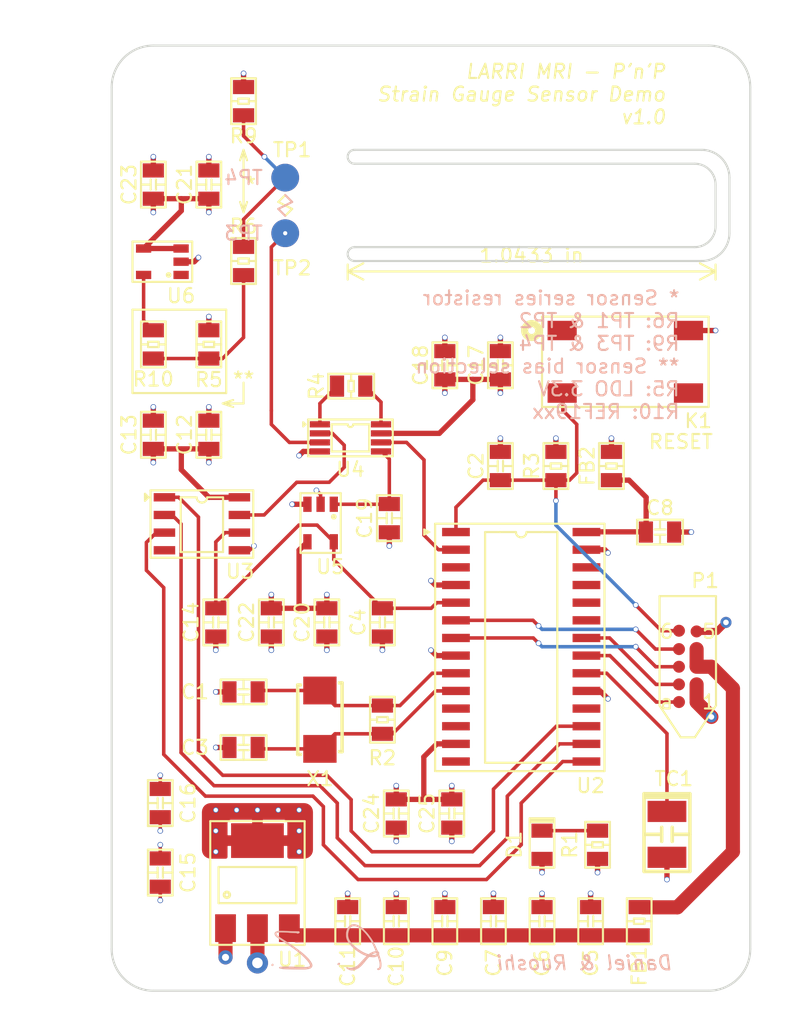
<source format=kicad_pcb>
(kicad_pcb (version 20171130) (host pcbnew "(5.1.9)-1")
  (layers (0 F.Cu signal) (1 GND signal) (2 PWR signal) (31 B.Cu signal) (35 F.Paste user) (36 B.SilkS user) (37 F.SilkS user) (38 B.Mask user) (39 F.Mask user) (44 Edge.Cuts user))
  (net 0 "")
  (net 1 GND)
  (net 2 +3V3)
  (net 3 "Net-(D1-Pad1)")
  (net 4 /Vref)
  (net 5 "Net-(C10-Pad1)")
  (net 6 "Net-(C8-Pad1)")
  (net 7 /Vbias)
  (net 8 "Net-(R4-Pad1)")
  (net 9 "Net-(R4-Pad2)")
  (net 10 "Net-(R10-Pad1)")
  (net 11 "Net-(R10-Pad2)")
  (net 12 /ucRX)
  (net 13 /ucTX)
  (net 14 "Net-(TC1-Pad1)")
  (net 15 "Net-(U2-Pad17)")
  (net 16 "Net-(U2-Pad16)")
  (net 17 "Net-(U2-Pad15)")
  (net 18 /PGD)
  (net 19 /PGC)
  (net 20 /sensVal)
  (net 21 "Net-(U3-Pad7)")
  (net 22 "Net-(R6-Pad2)")
  (net 23 "Net-(R9-Pad1)")
  (net 24 /Vsen)
  (net 25 /OSC1)
  (net 26 /OSC2)
  (net 27 /~MCLR)
  (net 28 +5V)
  (module SensorDemo_pcb:TC2050 (layer F.Cu) (at 159 105.5 90)
    (fp_text reference P1 (at 10 1.25 180) (layer F.SilkS) (effects (font (size 1.016 1.016) (thickness 0.1524))))
    (fp_text value TC2050_IDC_NL)
    (fp_text user a (at 1.27 -1.524) (layer F.SilkS) (effects (font (size 1.016 1.016) (thickness 0.1524))))
    (fp_text user 6 (at 6.35 -1.524) (layer F.SilkS) (effects (font (size 1.016 1.016) (thickness 0.1524))))
    (fp_text user 1 (at 1.27 1.524) (layer F.SilkS) (effects (font (size 1.016 1.016) (thickness 0.1524))))
    (fp_text user 5 (at 6.35 1.524) (layer F.SilkS) (effects (font (size 1.016 1.016) (thickness 0.1524))))
    (pad 6 smd circle (at 6.4 -0.635 90) (size 0.863 0.863) (layers F.Cu F.Mask) (net 27 /~MCLR))
    (pad 5 smd circle (at 6.35 0.635 90) (size 0.863 0.863) (layers F.Cu F.Mask) (net 2 +3V3))
    (pad 7 smd circle (at 5.08 -0.635 90) (size 0.863 0.863) (layers F.Cu F.Mask) (net 19 /PGC))
    (pad 4 smd circle (at 5.08 0.635 90) (size 0.863 0.863) (layers F.Cu F.Mask) (net 28 +5V))
    (pad "" np_thru_hole circle (at 7.62 1.016 90) (size 1.016 1.016) (drill 1.016) (layers *.Cu *.Mask))
    (pad "" np_thru_hole circle (at 7.62 -1.016 90) (size 1.016 1.016) (drill 1.016) (layers *.Cu *.Mask))
    (pad "" np_thru_hole circle (at 0 0 90) (size 1.016 1.016) (drill 1.016) (layers *.Cu *.Mask))
    (pad 3 smd circle (at 3.81 0.635 90) (size 0.863 0.863) (layers F.Cu F.Mask) (net 28 +5V))
    (pad 2 smd circle (at 2.54 0.635 90) (size 0.863 0.863) (layers F.Cu F.Mask) (net 1 GND))
    (pad 1 smd circle (at 1.27 0.635 90) (size 0.863 0.863) (layers F.Cu F.Mask) (net 1 GND))
    (pad 8 smd circle (at 3.81 -0.635 90) (size 0.863 0.863) (layers F.Cu F.Mask) (net 18 /PGD))
    (pad 9 smd circle (at 2.54 -0.635 90) (size 0.863 0.863) (layers F.Cu F.Mask) (net 12 /ucRX))
    (pad 10 smd circle (at 1.27 -0.635 90) (size 0.863 0.863) (layers F.Cu F.Mask) (net 13 /ucTX))
  )
  (module SensorDemo_pcb:C0805 (layer F.Cu) (at 157 92)
    (fp_text reference C8 (at 0 -1.75) (layer F.SilkS) (effects (font (size 1.016 1.016) (thickness 0.1524))))
    (fp_text value 0.1uF)
    (pad 2 smd rect (at 1.016 0) (size 1.016 1.524) (layers F.Cu F.Paste F.Mask) (net 1 GND))
    (pad 1 smd rect (at -1.016 0) (size 1.016 1.524) (layers F.Cu F.Paste F.Mask) (net 6 "Net-(C8-Pad1)"))
  )
  (module SensorDemo_pcb:CRYSTAL_ABM3-8.000MHz-D2Y-T (layer F.Cu) (at 132.5 105.5 270)
    (fp_text reference X1 (at 4.25 0) (layer F.SilkS) (effects (font (size 1.016 1.016) (thickness 0.1524))))
    (fp_text value 8MHz)
    (pad 2 smd rect (at 2.1 0 270) (size 2 2.4) (layers F.Cu F.Paste F.Mask) (net 26 /OSC2))
    (pad 1 smd rect (at -2.1 0 270) (size 2 2.4) (layers F.Cu F.Paste F.Mask) (net 25 /OSC1))
  )
  (module SensorDemo_pcb:MH_3MM (layer F.Cu) (at 133 60.5 180)
    (fp_text reference MH4 hide)
    (fp_text value MH hide)
    (pad "" np_thru_hole circle (at 0 0 180) (size 3 3) (drill 3) (layers *.Cu *.Mask))
  )
  (module SensorDemo_pcb:MH_3MM (layer F.Cu) (at 133 76.5 180)
    (fp_text reference MH2 hide)
    (fp_text value MH hide)
    (pad "" np_thru_hole circle (at 0 0 180) (size 3 3) (drill 3) (layers *.Cu *.Mask))
  )
  (module SensorDemo_pcb:MH_3MM (layer F.Cu) (at 120.5 122)
    (fp_text reference MH1 hide)
    (fp_text value MH hide)
    (pad "" np_thru_hole circle (at 0 0) (size 3 3) (drill 3) (layers *.Cu *.Mask))
  )
  (module SensorDemo_pcb:MH_3MM (layer F.Cu) (at 160.5 122)
    (fp_text reference MH3 hide)
    (fp_text value MH hide)
    (pad "" np_thru_hole circle (at 0 0) (size 3 3) (drill 3) (layers *.Cu *.Mask))
  )
  (module SensorDemo_pcb:MH_3MM (layer F.Cu) (at 120.5 60)
    (fp_text reference MH5 hide)
    (fp_text value MH hide)
    (pad "" np_thru_hole circle (at 0 0) (size 3 3) (drill 3) (layers *.Cu *.Mask))
  )
  (module SensorDemo_pcb:MH_3MM (layer F.Cu) (at 158 68.5)
    (fp_text reference MH6 hide)
    (fp_text value MH hide)
    (pad "" np_thru_hole circle (at 0 0) (size 3 3) (drill 3) (layers *.Cu *.Mask))
  )
  (module SensorDemo_pcb:MH_3MM (layer F.Cu) (at 160.5 60)
    (fp_text reference MH7 hide)
    (fp_text value MH hide)
    (pad "" np_thru_hole circle (at 0 0) (size 3 3) (drill 3) (layers *.Cu *.Mask))
  )
  (module SensorDemo_pcb:R0805 (layer F.Cu) (at 127 72.5 90)
    (fp_text reference R6 (at 2.5 0 180) (layer F.SilkS) (effects (font (size 1.016 1.016) (thickness 0.1524))))
    (fp_text value 100R)
    (pad 1 smd rect (at -1.016 0 90) (size 1.016 1.524) (layers F.Cu F.Paste F.Mask) (net 10 "Net-(R10-Pad1)"))
    (pad 2 smd rect (at 1.016 0 90) (size 1.016 1.524) (layers F.Cu F.Paste F.Mask) (net 22 "Net-(R6-Pad2)"))
  )
  (module SensorDemo_pcb:R0805 (layer F.Cu) (at 134.75 81.5)
    (fp_text reference R4 (at -2.5 0 -270) (layer F.SilkS) (effects (font (size 1.016 1.016) (thickness 0.1524))))
    (fp_text value R)
    (pad 1 smd rect (at -1.016 0) (size 1.016 1.524) (layers F.Cu F.Paste F.Mask) (net 8 "Net-(R4-Pad1)"))
    (pad 2 smd rect (at 1.016 0) (size 1.016 1.524) (layers F.Cu F.Paste F.Mask) (net 9 "Net-(R4-Pad2)"))
  )
  (module SensorDemo_pcb:logo_RZ_short (layer B.Cu) (at 133 122 180)
    (fp_text reference G*** hide)
    (fp_text value LOGO hide)
  )
  (module SensorDemo_pcb:C0805 (layer F.Cu) (at 137.5 91 270)
    (fp_text reference C19 (at 0 1.778 90) (layer F.SilkS) (effects (font (size 1.016 1.016) (thickness 0.1524))))
    (fp_text value 0.1uF)
    (pad 2 smd rect (at 1.016 0 270) (size 1.016 1.524) (layers F.Cu F.Paste F.Mask) (net 1 GND))
    (pad 1 smd rect (at -1.016 0 270) (size 1.016 1.524) (layers F.Cu F.Paste F.Mask) (net 7 /Vbias))
  )
  (module SensorDemo_pcb:C1210 (layer F.Cu) (at 157.5 113.75 270)
    (fp_text reference TC1 (at -4 -0.5 180) (layer F.SilkS) (effects (font (size 1.016 1.016) (thickness 0.1524))))
    (fp_text value 10uF)
    (pad 2 smd rect (at 1.651 0 270) (size 1.524 2.794) (layers F.Cu F.Paste F.Mask) (net 1 GND))
    (pad 1 smd rect (at -1.651 0 270) (size 1.524 2.794) (layers F.Cu F.Paste F.Mask) (net 14 "Net-(TC1-Pad1)"))
  )
  (module SensorDemo_pcb:C0805 (layer F.Cu) (at 138 112.25 270)
    (fp_text reference C24 (at 0 1.778 90) (layer F.SilkS) (effects (font (size 1.016 1.016) (thickness 0.1524))))
    (fp_text value 1uF)
    (pad 1 smd rect (at -1.016 0 270) (size 1.016 1.524) (layers F.Cu F.Paste F.Mask) (net 2 +3V3))
    (pad 2 smd rect (at 1.016 0 270) (size 1.016 1.524) (layers F.Cu F.Paste F.Mask) (net 1 GND))
  )
  (module SensorDemo_pcb:C0805 (layer F.Cu) (at 142 112.25 270)
    (fp_text reference C25 (at 0 1.778 90) (layer F.SilkS) (effects (font (size 1.016 1.016) (thickness 0.1524))))
    (fp_text value .1uF)
    (pad 2 smd rect (at 1.016 0 270) (size 1.016 1.524) (layers F.Cu F.Paste F.Mask) (net 1 GND))
    (pad 1 smd rect (at -1.016 0 270) (size 1.016 1.524) (layers F.Cu F.Paste F.Mask) (net 2 +3V3))
  )
  (module SensorDemo_pcb:SOIC-28 (layer F.Cu) (at 147 92)
    (fp_text reference U2 (at 5 18.25) (layer F.SilkS) (effects (font (size 1.016 1.016) (thickness 0.1524))))
    (fp_text value dsPIC33EP32GP502)
    (pad 1 smd rect (at -4.7 0) (size 2 0.6) (layers F.Cu F.Paste F.Mask) (net 27 /~MCLR))
    (pad 2 smd rect (at -4.7 1.27) (size 2 0.6) (layers F.Cu F.Paste F.Mask) (net 20 /sensVal))
    (pad 3 smd rect (at -4.7 2.54) (size 2 0.6) (layers F.Cu F.Paste F.Mask))
    (pad 4 smd rect (at -4.7 3.81) (size 2 0.6) (layers F.Cu F.Paste F.Mask) (net 1 GND))
    (pad 5 smd rect (at -4.7 5.08) (size 2 0.6) (layers F.Cu F.Paste F.Mask) (net 4 /Vref))
    (pad 6 smd rect (at -4.7 6.35) (size 2 0.6) (layers F.Cu F.Paste F.Mask) (net 19 /PGC))
    (pad 7 smd rect (at -4.7 7.62) (size 2 0.6) (layers F.Cu F.Paste F.Mask) (net 18 /PGD))
    (pad 8 smd rect (at -4.7 8.89) (size 2 0.6) (layers F.Cu F.Paste F.Mask) (net 1 GND))
    (pad 9 smd rect (at -4.7 10.16) (size 2 0.6) (layers F.Cu F.Paste F.Mask) (net 25 /OSC1))
    (pad 10 smd rect (at -4.7 11.43) (size 2 0.6) (layers F.Cu F.Paste F.Mask) (net 26 /OSC2))
    (pad 11 smd rect (at -4.7 12.7) (size 2 0.6) (layers F.Cu F.Paste F.Mask))
    (pad 12 smd rect (at -4.7 13.97) (size 2 0.6) (layers F.Cu F.Paste F.Mask))
    (pad 13 smd rect (at -4.7 15.24) (size 2 0.6) (layers F.Cu F.Paste F.Mask) (net 2 +3V3))
    (pad 14 smd rect (at -4.7 16.51) (size 2 0.6) (layers F.Cu F.Paste F.Mask))
    (pad 15 smd rect (at 4.7 16.51) (size 2 0.6) (layers F.Cu F.Paste F.Mask) (net 17 "Net-(U2-Pad15)"))
    (pad 16 smd rect (at 4.7 15.24) (size 2 0.6) (layers F.Cu F.Paste F.Mask) (net 16 "Net-(U2-Pad16)"))
    (pad 17 smd rect (at 4.7 13.97) (size 2 0.6) (layers F.Cu F.Paste F.Mask) (net 15 "Net-(U2-Pad17)"))
    (pad 18 smd rect (at 4.7 12.7) (size 2 0.6) (layers F.Cu F.Paste F.Mask))
    (pad 19 smd rect (at 4.7 11.43) (size 2 0.6) (layers F.Cu F.Paste F.Mask) (net 1 GND))
    (pad 20 smd rect (at 4.7 10.16) (size 2 0.6) (layers F.Cu F.Paste F.Mask) (net 14 "Net-(TC1-Pad1)"))
    (pad 21 smd rect (at 4.7 8.89) (size 2 0.6) (layers F.Cu F.Paste F.Mask) (net 13 /ucTX))
    (pad 22 smd rect (at 4.7 7.62) (size 2 0.6) (layers F.Cu F.Paste F.Mask) (net 12 /ucRX))
    (pad 23 smd rect (at 4.7 6.35) (size 2 0.6) (layers F.Cu F.Paste F.Mask))
    (pad 24 smd rect (at 4.7 5.08) (size 2 0.6) (layers F.Cu F.Paste F.Mask))
    (pad 25 smd rect (at 4.7 3.81) (size 2 0.6) (layers F.Cu F.Paste F.Mask))
    (pad 26 smd rect (at 4.7 2.54) (size 2 0.6) (layers F.Cu F.Paste F.Mask))
    (pad 27 smd rect (at 4.7 1.27) (size 2 0.6) (layers F.Cu F.Paste F.Mask) (net 1 GND))
    (pad 28 smd rect (at 4.7 0) (size 2 0.6) (layers F.Cu F.Paste F.Mask) (net 6 "Net-(C8-Pad1)"))
  )
  (module SensorDemo_pcb:LED0805 (layer F.Cu) (at 148.5 114.5 270)
    (fp_text reference D1 (at 0 2 90) (layer F.SilkS) (effects (font (size 1.016 1.016) (thickness 0.1524))))
    (fp_text value LED)
    (pad 1 smd rect (at -1.016 0 270) (size 1.016 1.524) (layers F.Cu F.Paste F.Mask) (net 3 "Net-(D1-Pad1)"))
    (pad 2 smd rect (at 1.016 0 270) (size 1.016 1.524) (layers F.Cu F.Paste F.Mask) (net 1 GND))
  )
  (module SensorDemo_pcb:R0805 (layer F.Cu) (at 153.5 87.25 90)
    (fp_text reference FB2 (at 0 -1.75 90) (layer F.SilkS) (effects (font (size 1.016 1.016) (thickness 0.1524))))
    (fp_text value "12.3071 nano ohm")
    (pad 1 smd rect (at -1.016 0 90) (size 1.016 1.524) (layers F.Cu F.Paste F.Mask) (net 6 "Net-(C8-Pad1)"))
    (pad 2 smd rect (at 1.016 0 90) (size 1.016 1.524) (layers F.Cu F.Paste F.Mask) (net 2 +3V3))
  )
  (module SensorDemo_pcb:C0805 (layer F.Cu) (at 121 111.5 90)
    (fp_text reference C16 (at 0 2 90) (layer F.SilkS) (effects (font (size 1.016 1.016) (thickness 0.1524))))
    (fp_text value 0.1uF)
    (pad 2 smd rect (at 1.016 0 90) (size 1.016 1.524) (layers F.Cu F.Paste F.Mask) (net 1 GND))
    (pad 1 smd rect (at -1.016 0 90) (size 1.016 1.524) (layers F.Cu F.Paste F.Mask) (net 2 +3V3))
  )
  (module SensorDemo_pcb:R0805 (layer F.Cu) (at 127 61 90)
    (fp_text reference R9 (at -2.5 0 180) (layer F.SilkS) (effects (font (size 1.016 1.016) (thickness 0.1524))))
    (fp_text value 100R)
    (pad 2 smd rect (at 1.016 0 90) (size 1.016 1.524) (layers F.Cu F.Paste F.Mask) (net 1 GND))
    (pad 1 smd rect (at -1.016 0 90) (size 1.016 1.524) (layers F.Cu F.Paste F.Mask) (net 23 "Net-(R9-Pad1)"))
  )
  (module SensorDemo_pcb:TP_SMD_2MM (layer F.Cu) (at 130 66.5 180)
    (fp_text reference TP1 (at -0.5 2) (layer F.SilkS) (effects (font (size 1.016 1.016) (thickness 0.1524))))
    (fp_text value TP hide)
    (pad 1 smd circle (at 0 0 180) (size 2 2) (layers F.Cu F.Mask) (net 22 "Net-(R6-Pad2)"))
  )
  (module SensorDemo_pcb:TP_SMD_2MM (layer F.Cu) (at 130 70.5 180)
    (fp_text reference TP2 (at -0.5 -2.5) (layer F.SilkS) (effects (font (size 1.016 1.016) (thickness 0.1524))))
    (fp_text value TP hide)
    (pad 1 smd circle (at 0 0 180) (size 2 2) (layers F.Cu F.Mask) (net 24 /Vsen))
  )
  (module SensorDemo_pcb:TP_SMD_2MM (layer B.Cu) (at 130 70.5 180)
    (fp_text reference TP3 (at 3 0) (layer B.SilkS) (effects (font (size 1.016 1.016) (thickness 0.1524)) (justify mirror)))
    (fp_text value TP hide)
    (pad 1 smd circle (at 0 0 180) (size 2 2) (layers B.Cu B.Mask) (net 24 /Vsen))
  )
  (module SensorDemo_pcb:TP_SMD_2MM (layer B.Cu) (at 130 66.5 180)
    (fp_text reference TP4 (at 3 0) (layer B.SilkS) (effects (font (size 1.016 1.016) (thickness 0.1524)) (justify mirror)))
    (fp_text value TP hide)
    (pad 1 smd circle (at 0 0 180) (size 2 2) (layers B.Cu B.Mask) (net 23 "Net-(R9-Pad1)"))
  )
  (module SensorDemo_pcb:R0805 (layer F.Cu) (at 152.5 114.5 90)
    (fp_text reference R1 (at 0 -2 270) (layer F.SilkS) (effects (font (size 1.016 1.016) (thickness 0.1524))))
    (fp_text value 1k)
    (pad 1 smd rect (at -1.016 0 90) (size 1.016 1.524) (layers F.Cu F.Paste F.Mask) (net 2 +3V3))
    (pad 2 smd rect (at 1.016 0 90) (size 1.016 1.524) (layers F.Cu F.Paste F.Mask) (net 3 "Net-(D1-Pad1)"))
  )
  (module SensorDemo_pcb:SOT-223 (layer F.Cu) (at 128 120.5)
    (fp_text reference U1 (at 2.5 2.25) (layer F.SilkS) (effects (font (size 1.016 1.016) (thickness 0.1524))))
    (fp_text value TLV1117-33CDCYR)
    (pad 1 smd rect (at -2.3 0) (size 1.5 2) (layers F.Cu F.Paste F.Mask) (net 1 GND))
    (pad 2 smd rect (at 0 0) (size 1.5 2) (layers F.Cu F.Paste F.Mask) (net 2 +3V3))
    (pad 3 smd rect (at 2.3 0) (size 1.5 2) (layers F.Cu F.Paste F.Mask) (net 5 "Net-(C10-Pad1)"))
    (pad 4 smd rect (at 0 -6.3) (size 3.8 2.5) (layers F.Cu F.Paste F.Mask) (net 2 +3V3))
  )
  (module SensorDemo_pcb:C0805 (layer F.Cu) (at 127 103.5 180)
    (fp_text reference C1 (at 3.5 0) (layer F.SilkS) (effects (font (size 1.016 1.016) (thickness 0.1524))))
    (fp_text value 22pF)
    (pad 2 smd rect (at 1.016 0 180) (size 1.016 1.524) (layers F.Cu F.Paste F.Mask) (net 1 GND))
    (pad 1 smd rect (at -1.016 0 180) (size 1.016 1.524) (layers F.Cu F.Paste F.Mask) (net 25 /OSC1))
  )
  (module SensorDemo_pcb:C0805 (layer F.Cu) (at 145.5 87.25 90)
    (fp_text reference C2 (at 0 -1.75 90) (layer F.SilkS) (effects (font (size 1.016 1.016) (thickness 0.1524))))
    (fp_text value .01uF)
    (pad 1 smd rect (at -1.016 0 90) (size 1.016 1.524) (layers F.Cu F.Paste F.Mask) (net 27 /~MCLR))
    (pad 2 smd rect (at 1.016 0 90) (size 1.016 1.524) (layers F.Cu F.Paste F.Mask) (net 1 GND))
  )
  (module SensorDemo_pcb:C0805 (layer F.Cu) (at 127 107.5 180)
    (fp_text reference C3 (at 3.5 0) (layer F.SilkS) (effects (font (size 1.016 1.016) (thickness 0.1524))))
    (fp_text value 22pF)
    (pad 2 smd rect (at 1.016 0 180) (size 1.016 1.524) (layers F.Cu F.Paste F.Mask) (net 1 GND))
    (pad 1 smd rect (at -1.016 0 180) (size 1.016 1.524) (layers F.Cu F.Paste F.Mask) (net 26 /OSC2))
  )
  (module SensorDemo_pcb:C0805 (layer F.Cu) (at 137 98.5 270)
    (fp_text reference C4 (at 0 1.75 90) (layer F.SilkS) (effects (font (size 1.016 1.016) (thickness 0.1524))))
    (fp_text value 0.1uF)
    (pad 1 smd rect (at -1.016 0 270) (size 1.016 1.524) (layers F.Cu F.Paste F.Mask) (net 4 /Vref))
    (pad 2 smd rect (at 1.016 0 270) (size 1.016 1.524) (layers F.Cu F.Paste F.Mask) (net 1 GND))
  )
  (module SensorDemo_pcb:C0805 (layer F.Cu) (at 152 120 90)
    (fp_text reference C5 (at -3 0 90) (layer F.SilkS) (effects (font (size 1.016 1.016) (thickness 0.1524))))
    (fp_text value 10nF)
    (pad 1 smd rect (at -1.016 0 90) (size 1.016 1.524) (layers F.Cu F.Paste F.Mask) (net 5 "Net-(C10-Pad1)"))
    (pad 2 smd rect (at 1.016 0 90) (size 1.016 1.524) (layers F.Cu F.Paste F.Mask) (net 1 GND))
  )
  (module SensorDemo_pcb:C0805 (layer F.Cu) (at 148.5 120 90)
    (fp_text reference C6 (at -3 0 90) (layer F.SilkS) (effects (font (size 1.016 1.016) (thickness 0.1524))))
    (fp_text value 10uF)
    (pad 2 smd rect (at 1.016 0 90) (size 1.016 1.524) (layers F.Cu F.Paste F.Mask) (net 1 GND))
    (pad 1 smd rect (at -1.016 0 90) (size 1.016 1.524) (layers F.Cu F.Paste F.Mask) (net 5 "Net-(C10-Pad1)"))
  )
  (module SensorDemo_pcb:C0805 (layer F.Cu) (at 145 120 90)
    (fp_text reference C7 (at -3 0 90) (layer F.SilkS) (effects (font (size 1.016 1.016) (thickness 0.1524))))
    (fp_text value 1uF)
    (pad 2 smd rect (at 1.016 0 90) (size 1.016 1.524) (layers F.Cu F.Paste F.Mask) (net 1 GND))
    (pad 1 smd rect (at -1.016 0 90) (size 1.016 1.524) (layers F.Cu F.Paste F.Mask) (net 5 "Net-(C10-Pad1)"))
  )
  (module SensorDemo_pcb:C0805 (layer F.Cu) (at 141.5 120 90)
    (fp_text reference C9 (at -3 0 90) (layer F.SilkS) (effects (font (size 1.016 1.016) (thickness 0.1524))))
    (fp_text value 1uF)
    (pad 1 smd rect (at -1.016 0 90) (size 1.016 1.524) (layers F.Cu F.Paste F.Mask) (net 5 "Net-(C10-Pad1)"))
    (pad 2 smd rect (at 1.016 0 90) (size 1.016 1.524) (layers F.Cu F.Paste F.Mask) (net 1 GND))
  )
  (module SensorDemo_pcb:C0805 (layer F.Cu) (at 138 120 90)
    (fp_text reference C10 (at -3.25 0 90) (layer F.SilkS) (effects (font (size 1.016 1.016) (thickness 0.1524))))
    (fp_text value 0.1uF)
    (pad 2 smd rect (at 1.016 0 90) (size 1.016 1.524) (layers F.Cu F.Paste F.Mask) (net 1 GND))
    (pad 1 smd rect (at -1.016 0 90) (size 1.016 1.524) (layers F.Cu F.Paste F.Mask) (net 5 "Net-(C10-Pad1)"))
  )
  (module SensorDemo_pcb:C0805 (layer F.Cu) (at 134.5 120 90)
    (fp_text reference C11 (at -3.25 0 90) (layer F.SilkS) (effects (font (size 1.016 1.016) (thickness 0.1524))))
    (fp_text value 0.1uF)
    (pad 1 smd rect (at -1.016 0 90) (size 1.016 1.524) (layers F.Cu F.Paste F.Mask) (net 5 "Net-(C10-Pad1)"))
    (pad 2 smd rect (at 1.016 0 90) (size 1.016 1.524) (layers F.Cu F.Paste F.Mask) (net 1 GND))
  )
  (module SensorDemo_pcb:C0805 (layer F.Cu) (at 124.5 85 90)
    (fp_text reference C12 (at 0 -1.75 90) (layer F.SilkS) (effects (font (size 1.016 1.016) (thickness 0.1524))))
    (fp_text value 1uF)
    (pad 1 smd rect (at -1.016 0 90) (size 1.016 1.524) (layers F.Cu F.Paste F.Mask) (net 2 +3V3))
    (pad 2 smd rect (at 1.016 0 90) (size 1.016 1.524) (layers F.Cu F.Paste F.Mask) (net 1 GND))
  )
  (module SensorDemo_pcb:C0805 (layer F.Cu) (at 120.5 85 90)
    (fp_text reference C13 (at 0 -1.75 90) (layer F.SilkS) (effects (font (size 1.016 1.016) (thickness 0.1524))))
    (fp_text value .1uF)
    (pad 2 smd rect (at 1.016 0 90) (size 1.016 1.524) (layers F.Cu F.Paste F.Mask) (net 1 GND))
    (pad 1 smd rect (at -1.016 0 90) (size 1.016 1.524) (layers F.Cu F.Paste F.Mask) (net 2 +3V3))
  )
  (module SensorDemo_pcb:C0805 (layer F.Cu) (at 121 116.5 270)
    (fp_text reference C15 (at 0 -2 90) (layer F.SilkS) (effects (font (size 1.016 1.016) (thickness 0.1524))))
    (fp_text value 1uF)
    (pad 1 smd rect (at -1.016 0 270) (size 1.016 1.524) (layers F.Cu F.Paste F.Mask) (net 2 +3V3))
    (pad 2 smd rect (at 1.016 0 270) (size 1.016 1.524) (layers F.Cu F.Paste F.Mask) (net 1 GND))
  )
  (module SensorDemo_pcb:C0805 (layer F.Cu) (at 145.5 80 90)
    (fp_text reference C17 (at 0 -1.75 90) (layer F.SilkS) (effects (font (size 1.016 1.016) (thickness 0.1524))))
    (fp_text value 1uF)
    (pad 1 smd rect (at -1.016 0 90) (size 1.016 1.524) (layers F.Cu F.Paste F.Mask) (net 2 +3V3))
    (pad 2 smd rect (at 1.016 0 90) (size 1.016 1.524) (layers F.Cu F.Paste F.Mask) (net 1 GND))
  )
  (module SensorDemo_pcb:C0805 (layer F.Cu) (at 141.5 80 90)
    (fp_text reference C18 (at 0 -1.75 90) (layer F.SilkS) (effects (font (size 1.016 1.016) (thickness 0.1524))))
    (fp_text value .1uF)
    (pad 2 smd rect (at 1.016 0 90) (size 1.016 1.524) (layers F.Cu F.Paste F.Mask) (net 1 GND))
    (pad 1 smd rect (at -1.016 0 90) (size 1.016 1.524) (layers F.Cu F.Paste F.Mask) (net 2 +3V3))
  )
  (module SensorDemo_pcb:C0805 (layer F.Cu) (at 133 98.5 270)
    (fp_text reference C20 (at 0 1.778 90) (layer F.SilkS) (effects (font (size 1.016 1.016) (thickness 0.1524))))
    (fp_text value 1uF)
    (pad 2 smd rect (at 1.016 0 270) (size 1.016 1.524) (layers F.Cu F.Paste F.Mask) (net 1 GND))
    (pad 1 smd rect (at -1.016 0 270) (size 1.016 1.524) (layers F.Cu F.Paste F.Mask) (net 2 +3V3))
  )
  (module SensorDemo_pcb:C0805 (layer F.Cu) (at 124.5 67 90)
    (fp_text reference C21 (at 0 -1.75 90) (layer F.SilkS) (effects (font (size 1.016 1.016) (thickness 0.1524))))
    (fp_text value 1uF)
    (pad 1 smd rect (at -1.016 0 90) (size 1.016 1.524) (layers F.Cu F.Paste F.Mask) (net 2 +3V3))
    (pad 2 smd rect (at 1.016 0 90) (size 1.016 1.524) (layers F.Cu F.Paste F.Mask) (net 1 GND))
  )
  (module SensorDemo_pcb:C0805 (layer F.Cu) (at 129 98.5 270)
    (fp_text reference C22 (at 0 1.778 90) (layer F.SilkS) (effects (font (size 1.016 1.016) (thickness 0.1524))))
    (fp_text value .1uF)
    (pad 1 smd rect (at -1.016 0 270) (size 1.016 1.524) (layers F.Cu F.Paste F.Mask) (net 2 +3V3))
    (pad 2 smd rect (at 1.016 0 270) (size 1.016 1.524) (layers F.Cu F.Paste F.Mask) (net 1 GND))
  )
  (module SensorDemo_pcb:C0805 (layer F.Cu) (at 120.5 67 90)
    (fp_text reference C23 (at 0 -1.75 90) (layer F.SilkS) (effects (font (size 1.016 1.016) (thickness 0.1524))))
    (fp_text value .1uF)
    (pad 1 smd rect (at -1.016 0 90) (size 1.016 1.524) (layers F.Cu F.Paste F.Mask) (net 2 +3V3))
    (pad 2 smd rect (at 1.016 0 90) (size 1.016 1.524) (layers F.Cu F.Paste F.Mask) (net 1 GND))
  )
  (module SensorDemo_pcb:R0805 (layer F.Cu) (at 137 105.5 270)
    (fp_text reference R2 (at 2.75 0) (layer F.SilkS) (effects (font (size 1.016 1.016) (thickness 0.1524))))
    (fp_text value 1M)
    (pad 1 smd rect (at -1.016 0 270) (size 1.016 1.524) (layers F.Cu F.Paste F.Mask) (net 25 /OSC1))
    (pad 2 smd rect (at 1.016 0 270) (size 1.016 1.524) (layers F.Cu F.Paste F.Mask) (net 26 /OSC2))
  )
  (module SensorDemo_pcb:R0805 (layer F.Cu) (at 149.5 87.25 270)
    (fp_text reference R3 (at 0 1.75 90) (layer F.SilkS) (effects (font (size 1.016 1.016) (thickness 0.1524))))
    (fp_text value 10k)
    (pad 2 smd rect (at 1.016 0 270) (size 1.016 1.524) (layers F.Cu F.Paste F.Mask) (net 27 /~MCLR))
    (pad 1 smd rect (at -1.016 0 270) (size 1.016 1.524) (layers F.Cu F.Paste F.Mask) (net 2 +3V3))
  )
  (module SensorDemo_pcb:R0805 (layer F.Cu) (at 124.5 78.5 270)
    (fp_text reference R5 (at 2.54 0) (layer F.SilkS) (effects (font (size 1.016 1.016) (thickness 0.1524))))
    (fp_text value 0R)
    (pad 2 smd rect (at 1.016 0 270) (size 1.016 1.524) (layers F.Cu F.Paste F.Mask) (net 10 "Net-(R10-Pad1)"))
    (pad 1 smd rect (at -1.016 0 270) (size 1.016 1.524) (layers F.Cu F.Paste F.Mask) (net 2 +3V3))
  )
  (module SensorDemo_pcb:R0805 (layer F.Cu) (at 120.5 78.5 90)
    (fp_text reference R10 (at -2.5 0) (layer F.SilkS) (effects (font (size 1.016 1.016) (thickness 0.1524))))
    (fp_text value 0R)
    (pad 1 smd rect (at -1.016 0 90) (size 1.016 1.524) (layers F.Cu F.Paste F.Mask) (net 10 "Net-(R10-Pad1)"))
    (pad 2 smd rect (at 1.016 0 90) (size 1.016 1.524) (layers F.Cu F.Paste F.Mask) (net 11 "Net-(R10-Pad2)"))
  )
  (module SensorDemo_pcb:SOIC-8 (layer F.Cu) (at 124 89.5)
    (fp_text reference U3 (at 2.75 5.334) (layer F.SilkS) (effects (font (size 1.016 1.016) (thickness 0.1524))))
    (fp_text value LTC1658)
    (pad 8 smd rect (at 2.7 0) (size 1.55 0.6) (layers F.Cu F.Paste F.Mask) (net 2 +3V3))
    (pad 7 smd rect (at 2.7 1.27) (size 1.55 0.6) (layers F.Cu F.Paste F.Mask) (net 21 "Net-(U3-Pad7)"))
    (pad 6 smd rect (at 2.7 2.54) (size 1.55 0.6) (layers F.Cu F.Paste F.Mask) (net 4 /Vref))
    (pad 5 smd rect (at 2.7 3.81) (size 1.55 0.6) (layers F.Cu F.Paste F.Mask) (net 1 GND))
    (pad 4 smd rect (at -2.7 3.81) (size 1.55 0.6) (layers F.Cu F.Paste F.Mask))
    (pad 3 smd rect (at -2.7 2.54) (size 1.55 0.6) (layers F.Cu F.Paste F.Mask) (net 17 "Net-(U2-Pad15)"))
    (pad 2 smd rect (at -2.7 1.27) (size 1.55 0.6) (layers F.Cu F.Paste F.Mask) (net 16 "Net-(U2-Pad16)"))
    (pad 1 smd rect (at -2.7 0) (size 1.55 0.6) (layers F.Cu F.Paste F.Mask) (net 15 "Net-(U2-Pad17)"))
  )
  (module SensorDemo_pcb:SOT-23-5 (layer F.Cu) (at 133.5 90 270)
    (fp_text reference U5 (at 4.5 0.25 180) (layer F.SilkS) (effects (font (size 1.016 1.016) (thickness 0.1524))))
    (fp_text value REF1925)
    (pad 5 smd rect (at 2.7 0 270) (size 1.1 0.6) (layers F.Cu F.Paste F.Mask) (net 4 /Vref))
    (pad 4 smd rect (at 2.7 1.9 270) (size 1.1 0.6) (layers F.Cu F.Paste F.Mask) (net 2 +3V3))
    (pad 3 smd rect (at 0 1.9 270) (size 1.1 0.6) (layers F.Cu F.Paste F.Mask) (net 2 +3V3))
    (pad 2 smd rect (at 0 0.95 270) (size 1.1 0.6) (layers F.Cu F.Paste F.Mask) (net 1 GND))
    (pad 1 smd rect (at 0 0 270) (size 1.1 0.6) (layers F.Cu F.Paste F.Mask) (net 7 /Vbias))
  )
  (module SensorDemo_pcb:SOT-23-5 (layer F.Cu) (at 122.5 73.5 180)
    (fp_text reference U6 (at 0 -1.5) (layer F.SilkS) (effects (font (size 1.016 1.016) (thickness 0.1524))))
    (fp_text value REF1925)
    (pad 1 smd rect (at 0 0 180) (size 1.1 0.6) (layers F.Cu F.Paste F.Mask))
    (pad 2 smd rect (at 0 0.95 180) (size 1.1 0.6) (layers F.Cu F.Paste F.Mask) (net 1 GND))
    (pad 3 smd rect (at 0 1.9 180) (size 1.1 0.6) (layers F.Cu F.Paste F.Mask) (net 2 +3V3))
    (pad 4 smd rect (at 2.7 1.9 180) (size 1.1 0.6) (layers F.Cu F.Paste F.Mask) (net 2 +3V3))
    (pad 5 smd rect (at 2.7 0 180) (size 1.1 0.6) (layers F.Cu F.Paste F.Mask) (net 11 "Net-(R10-Pad2)"))
  )
  (module SensorDemo_pcb:R0805 (layer F.Cu) (at 155.5 120 270)
    (fp_text reference FB1 (at 3.25 0 90) (layer F.SilkS) (effects (font (size 1.016 1.016) (thickness 0.1524))))
    (fp_text value "12.3071 nano ohm")
    (pad 2 smd rect (at 1.016 0 270) (size 1.016 1.524) (layers F.Cu F.Paste F.Mask) (net 5 "Net-(C10-Pad1)"))
    (pad 1 smd rect (at -1.016 0 270) (size 1.016 1.524) (layers F.Cu F.Paste F.Mask) (net 28 +5V))
  )
  (module SensorDemo_pcb:C0805 (layer F.Cu) (at 125 98.5 270)
    (fp_text reference C14 (at 0 1.778 90) (layer F.SilkS) (effects (font (size 1.016 1.016) (thickness 0.1524))))
    (fp_text value 0.1uF)
    (pad 1 smd rect (at -1.016 0 270) (size 1.016 1.524) (layers F.Cu F.Paste F.Mask) (net 4 /Vref))
    (pad 2 smd rect (at 1.016 0 270) (size 1.016 1.524) (layers F.Cu F.Paste F.Mask) (net 1 GND))
  )
  (module SensorDemo_pcb:Key_SMD (layer F.Cu) (at 154.5 79.75)
    (fp_text reference K1 (at 5.25 4.25) (layer F.SilkS))
    (fp_text value PB_SMD)
    (pad 4 smd rect (at 4.55 2.25) (size 2.1 1.4) (layers F.Cu F.Paste F.Mask))
    (pad 2 smd rect (at 4.55 -2.25) (size 2.1 1.4) (layers F.Cu F.Paste F.Mask) (net 1 GND))
    (pad 3 smd rect (at -4.55 2.25) (size 2.1 1.4) (layers F.Cu F.Paste F.Mask) (net 27 /~MCLR))
    (pad 1 smd rect (at -4.55 -2.25) (size 2.1 1.4) (layers F.Cu F.Paste F.Mask))
  )
  (module SensorDemo_pcb:MSOP-8 (layer F.Cu) (at 132.5 84.25)
    (fp_text reference U4 (at 2.2 3.25) (layer F.SilkS) (effects (font (size 1.016 1.016) (thickness 0.1524))))
    (fp_text value INA333)
    (pad 1 smd rect (at 0 0) (size 1.45 0.45) (layers F.Cu F.Paste F.Mask) (net 8 "Net-(R4-Pad1)"))
    (pad 2 smd rect (at 0 0.65) (size 1.45 0.45) (layers F.Cu F.Paste F.Mask) (net 21 "Net-(U3-Pad7)"))
    (pad 3 smd rect (at 0 1.3) (size 1.45 0.45) (layers F.Cu F.Paste F.Mask) (net 24 /Vsen))
    (pad 4 smd rect (at 0 1.95) (size 1.45 0.45) (layers F.Cu F.Paste F.Mask) (net 1 GND))
    (pad 5 smd rect (at 4.4 1.95) (size 1.45 0.45) (layers F.Cu F.Paste F.Mask) (net 7 /Vbias))
    (pad 6 smd rect (at 4.4 1.3) (size 1.45 0.45) (layers F.Cu F.Paste F.Mask) (net 20 /sensVal))
    (pad 7 smd rect (at 4.4 0.65) (size 1.45 0.45) (layers F.Cu F.Paste F.Mask) (net 2 +3V3))
    (pad 8 smd rect (at 4.4 0) (size 1.45 0.45) (layers F.Cu F.Paste F.Mask) (net 9 "Net-(R4-Pad2)"))
  )
  (gr_text "* Sensor series resistor\nR6: TP1 & TP2\nR9: TP3 & TP4\n** Sensor bias selection\nR5: LDO 3.3V\nR10: REF19xx" (at 158.5 79.25) (layer B.SilkS) (effects (font (size 1.016 1.016) (thickness 0.1524)) (justify left mirror)))
  (gr_text RESET (at 158.5 85.5) (layer F.SilkS) (effects (font (size 1.016 1.016) (thickness 0.1524))))
  (gr_text * (at 127.5 67) (layer F.SilkS) (effects (font (size 1.016 1.016) (thickness 0.1524))))
  (gr_line (start 127 64.5) (end 127.25 65.25) (layer F.SilkS) (width 0.1524))
  (gr_line (start 127 64.5) (end 126.75 65.25) (layer F.SilkS) (width 0.1524))
  (gr_line (start 127 69) (end 127.25 68.25) (layer F.SilkS) (width 0.1524))
  (gr_line (start 127 69) (end 126.75 68.25) (layer F.SilkS) (width 0.1524))
  (gr_line (start 127 64.5) (end 127 69) (layer F.SilkS) (width 0.1524))
  (gr_line (start 129.5 68.75) (end 130 69.25) (layer B.SilkS) (width 0.1524))
  (gr_line (start 130.5 68.25) (end 129.5 68.75) (layer B.SilkS) (width 0.1524))
  (gr_line (start 130 67.75) (end 130.5 68.25) (layer B.SilkS) (width 0.1524))
  (gr_line (start 130.5 68.75) (end 130 69.25) (layer F.SilkS) (width 0.1524))
  (gr_line (start 129.5 68.25) (end 130.5 68.75) (layer F.SilkS) (width 0.1524))
  (gr_line (start 130 67.75) (end 129.5 68.25) (layer F.SilkS) (width 0.1524))
  (gr_text ** (at 127 81) (layer F.SilkS) (effects (font (size 1.016 1.016) (thickness 0.1524))))
  (gr_line (start 125.5 82.75) (end 126.25 83) (layer F.SilkS) (width 0.1524))
  (gr_line (start 125.5 82.75) (end 126.25 82.5) (layer F.SilkS) (width 0.1524))
  (gr_line (start 127 82.75) (end 125.5 82.75) (layer F.SilkS) (width 0.1524))
  (gr_line (start 127 81.25) (end 127 82.75) (layer F.SilkS) (width 0.1524))
  (gr_line (start 119 82) (end 119 76) (layer F.SilkS) (width 0.1524))
  (gr_line (start 125.75 82) (end 119 82) (layer F.SilkS) (width 0.1524))
  (gr_line (start 125.75 76) (end 125.75 82) (layer F.SilkS) (width 0.1524))
  (gr_line (start 119 76) (end 125.75 76) (layer F.SilkS) (width 0.1524))
  (gr_text "Daniel & Ruoshi" (at 158 123) (layer B.SilkS) (effects (font (size 1.016 1.016) (thickness 0.1524) italic) (justify left mirror)))
  (gr_text "LARRI MRI - P'n'P\nStrain Gauge Sensor Demo\nv1.0" (at 157.5 60.5) (layer F.SilkS) (effects (font (size 1.016 1.016) (thickness 0.1524) italic) (justify right)))
  (dimension 26.5 (width 0.1524) (layer F.SilkS) (gr_text "26.500 mm" (at 147.75 74.5708) (layer F.SilkS) (effects (font (size 1.016 1.016) (thickness 0.1524)))) (feature1 (pts (xy 134.5 72.75) (xy 134.5 73.836421))) (feature2 (pts (xy 161 72.75) (xy 161 73.836421))) (crossbar (pts (xy 161 73.25) (xy 134.5 73.25))) (arrow1a (pts (xy 134.5 73.25) (xy 135.626504 72.663579))) (arrow1b (pts (xy 134.5 73.25) (xy 135.626504 73.836421))) (arrow2a (pts (xy 161 73.25) (xy 159.873496 72.663579))) (arrow2b (pts (xy 161 73.25) (xy 159.873496 73.836421))))
  (gr_arc (start 160 70.5) (end 160 72.5) (angle -90) (layer Edge.Cuts) (width 0.1524))
  (gr_arc (start 160 66.5) (end 162 66.5) (angle -90) (layer Edge.Cuts) (width 0.1524))
  (gr_arc (start 159.5 70) (end 159.5 71.5) (angle -90) (layer Edge.Cuts) (width 0.1524))
  (gr_arc (start 159.5 67) (end 161 67) (angle -90) (layer Edge.Cuts) (width 0.1524))
  (gr_arc (start 135 72) (end 135 71.5) (angle -180) (layer Edge.Cuts) (width 0.1524))
  (gr_arc (start 135 65) (end 135 64.5) (angle -180) (layer Edge.Cuts) (width 0.1524))
  (gr_arc (start 160.5 60) (end 163.5 60) (angle -90) (layer Edge.Cuts) (width 0.1524))
  (gr_arc (start 120.5 60) (end 120.5 57) (angle -90) (layer Edge.Cuts) (width 0.1524))
  (gr_arc (start 120.5 122) (end 117.5 122) (angle -90) (layer Edge.Cuts) (width 0.1524))
  (gr_arc (start 160.5 122) (end 160.5 125) (angle -90) (layer Edge.Cuts) (width 0.1524))
  (gr_line (start 120.5 57) (end 160.5 57) (layer Edge.Cuts) (width 0.1524))
  (gr_line (start 159.5 65.5) (end 135 65.5) (layer Edge.Cuts) (width 0.1524))
  (gr_line (start 161 70) (end 161 67) (layer Edge.Cuts) (width 0.1524))
  (gr_line (start 135 71.5) (end 159.5 71.5) (layer Edge.Cuts) (width 0.1524))
  (gr_line (start 160 72.5) (end 135 72.5) (layer Edge.Cuts) (width 0.1524))
  (gr_line (start 162 66.5) (end 162 70.5) (layer Edge.Cuts) (width 0.1524))
  (gr_line (start 135 64.5) (end 160 64.5) (layer Edge.Cuts) (width 0.1524))
  (gr_line (start 160.5 125) (end 120.5 125) (layer Edge.Cuts) (width 0.1524))
  (gr_line (start 163.5 60) (end 163.5 122) (layer Edge.Cuts) (width 0.1524))
  (gr_line (start 117.5 122) (end 117.5 60) (layer Edge.Cuts) (width 0.1524))
  (via (at 137.5 93) (size 0.4) (drill 0.3) (layers F.Cu B.Cu) (net 1))
  (segment (start 137.5 92.016) (end 137.5 93) (width 0.381) (layer F.Cu) (net 1))
  (via (at 127.75 93) (size 0.4) (drill 0.3) (layers F.Cu B.Cu) (net 1))
  (segment (start 127.44 93.31) (end 127.75 93) (width 0.254) (layer F.Cu) (net 1))
  (segment (start 126.7 93.31) (end 127.44 93.31) (width 0.254) (layer F.Cu) (net 1))
  (via (at 132.25 89) (size 0.4) (drill 0.3) (layers F.Cu B.Cu) (net 1))
  (segment (start 132.55 89.3) (end 132.25 89) (width 0.254) (layer F.Cu) (net 1))
  (segment (start 132.55 90) (end 132.55 89.3) (width 0.254) (layer F.Cu) (net 1))
  (via (at 120.5 83) (size 0.4) (drill 0.3) (layers F.Cu B.Cu) (net 1))
  (segment (start 120.5 83.984) (end 120.5 83) (width 0.381) (layer F.Cu) (net 1))
  (via (at 124.5 83) (size 0.4) (drill 0.3) (layers F.Cu B.Cu) (net 1))
  (segment (start 124.5 83.984) (end 124.5 83) (width 0.381) (layer F.Cu) (net 1))
  (via (at 120.5 65) (size 0.4) (drill 0.3) (layers F.Cu B.Cu) (net 1))
  (segment (start 120.5 65.984) (end 120.5 65) (width 0.381) (layer F.Cu) (net 1))
  (via (at 124.5 65) (size 0.4) (drill 0.3) (layers F.Cu B.Cu) (net 1))
  (segment (start 124.5 65.984) (end 124.5 65) (width 0.381) (layer F.Cu) (net 1))
  (via (at 127 59) (size 0.4) (drill 0.3) (layers F.Cu B.Cu) (net 1))
  (segment (start 127 59.984) (end 127 59) (width 0.381) (layer F.Cu) (net 1))
  (via (at 145.5 78) (size 0.4) (drill 0.3) (layers F.Cu B.Cu) (net 1))
  (segment (start 145.5 78.984) (end 145.5 78) (width 0.381) (layer F.Cu) (net 1))
  (via (at 141.5 78) (size 0.4) (drill 0.3) (layers F.Cu B.Cu) (net 1))
  (segment (start 141.5 78.984) (end 141.5 78) (width 0.381) (layer F.Cu) (net 1))
  (via (at 145.5 85.25) (size 0.4) (drill 0.3) (layers F.Cu B.Cu) (net 1))
  (segment (start 145.5 86.234) (end 145.5 85.25) (width 0.381) (layer F.Cu) (net 1))
  (via (at 153.25 93.5) (size 0.4) (drill 0.3) (layers F.Cu B.Cu) (net 1))
  (segment (start 153.02 93.27) (end 153.25 93.5) (width 0.381) (layer F.Cu) (net 1))
  (segment (start 151.7 93.27) (end 153.02 93.27) (width 0.381) (layer F.Cu) (net 1))
  (via (at 153.25 104) (size 0.4) (drill 0.3) (layers F.Cu B.Cu) (net 1))
  (segment (start 152.68 103.43) (end 153.25 104) (width 0.381) (layer F.Cu) (net 1))
  (segment (start 151.7 103.43) (end 152.68 103.43) (width 0.381) (layer F.Cu) (net 1))
  (via (at 125 100.5) (size 0.4) (drill 0.3) (layers F.Cu B.Cu) (net 1))
  (segment (start 125 99.516) (end 125 100.5) (width 0.381) (layer F.Cu) (net 1))
  (via (at 129 100.5) (size 0.4) (drill 0.3) (layers F.Cu B.Cu) (net 1))
  (segment (start 129 99.516) (end 129 100.5) (width 0.381) (layer F.Cu) (net 1))
  (segment (start 133 99.516) (end 133 100.5) (width 0.381) (layer F.Cu) (net 1))
  (via (at 133 100.5) (size 0.4) (drill 0.3) (layers F.Cu B.Cu) (net 1))
  (via (at 137 100.5) (size 0.4) (drill 0.3) (layers F.Cu B.Cu) (net 1))
  (segment (start 137 99.516) (end 137 100.5) (width 0.381) (layer F.Cu) (net 1))
  (via (at 125 103.5) (size 0.4) (drill 0.3) (layers F.Cu B.Cu) (net 1))
  (segment (start 125.984 103.5) (end 125 103.5) (width 0.381) (layer F.Cu) (net 1))
  (via (at 125 107.5) (size 0.4) (drill 0.3) (layers F.Cu B.Cu) (net 1))
  (segment (start 125.984 107.5) (end 125 107.5) (width 0.381) (layer F.Cu) (net 1))
  (via (at 125.7 122.6) (size 1.016) (drill 0.508) (layers F.Cu B.Cu) (net 1))
  (segment (start 125.7 120.5) (end 125.7 122.6) (width 1.016) (layer F.Cu) (net 1))
  (via (at 134.5 118) (size 0.4) (drill 0.3) (layers F.Cu B.Cu) (net 1))
  (segment (start 134.5 118.984) (end 134.5 118) (width 0.381) (layer F.Cu) (net 1))
  (via (at 138 118) (size 0.4) (drill 0.3) (layers F.Cu B.Cu) (net 1))
  (segment (start 138 118.984) (end 138 118) (width 0.381) (layer F.Cu) (net 1))
  (via (at 141.5 118) (size 0.4) (drill 0.3) (layers F.Cu B.Cu) (net 1))
  (segment (start 141.5 118.984) (end 141.5 118) (width 0.381) (layer F.Cu) (net 1))
  (via (at 145 118) (size 0.4) (drill 0.3) (layers F.Cu B.Cu) (net 1))
  (segment (start 145 118.984) (end 145 118) (width 0.381) (layer F.Cu) (net 1))
  (via (at 148.5 118) (size 0.4) (drill 0.3) (layers F.Cu B.Cu) (net 1))
  (segment (start 148.5 118.984) (end 148.5 118) (width 0.381) (layer F.Cu) (net 1))
  (segment (start 152 118.984) (end 152 119) (width 0.381) (layer F.Cu) (net 1))
  (via (at 152 118) (size 0.4) (drill 0.3) (layers F.Cu B.Cu) (net 1))
  (segment (start 152 119) (end 152 118) (width 0.381) (layer F.Cu) (net 1))
  (via (at 138 114.25) (size 0.4) (drill 0.3) (layers F.Cu B.Cu) (net 1))
  (segment (start 138 113.266) (end 138 114.25) (width 0.381) (layer F.Cu) (net 1))
  (via (at 142 114.25) (size 0.4) (drill 0.3) (layers F.Cu B.Cu) (net 1))
  (segment (start 142 113.266) (end 142 114.25) (width 0.381) (layer F.Cu) (net 1))
  (via (at 148.5 116.5) (size 0.4) (drill 0.3) (layers F.Cu B.Cu) (net 1))
  (segment (start 148.5 115.516) (end 148.5 116.5) (width 0.381) (layer F.Cu) (net 1))
  (via (at 121 118.5) (size 0.4) (drill 0.3) (layers F.Cu B.Cu) (net 1))
  (segment (start 121 117.516) (end 121 118.5) (width 0.254) (layer F.Cu) (net 1))
  (via (at 121 109.5) (size 0.4) (drill 0.3) (layers F.Cu B.Cu) (net 1))
  (segment (start 121 110.484) (end 121 109.5) (width 0.254) (layer F.Cu) (net 1))
  (via (at 140.5 95.5) (size 0.4) (drill 0.3) (layers F.Cu B.Cu) (net 1))
  (segment (start 140.81 95.81) (end 140.5 95.5) (width 0.381) (layer F.Cu) (net 1))
  (segment (start 142.3 95.81) (end 140.81 95.81) (width 0.381) (layer F.Cu) (net 1))
  (via (at 123.75 72.25) (size 0.4) (drill 0.3) (layers F.Cu B.Cu) (net 1))
  (segment (start 123.45 72.55) (end 123.75 72.25) (width 0.381) (layer F.Cu) (net 1))
  (segment (start 122.5 72.55) (end 123.45 72.55) (width 0.381) (layer F.Cu) (net 1))
  (via (at 140.5 100.5) (size 0.4) (drill 0.3) (layers F.Cu B.Cu) (net 1))
  (segment (start 140.89 100.89) (end 140.5 100.5) (width 0.381) (layer F.Cu) (net 1))
  (segment (start 142.3 100.89) (end 140.89 100.89) (width 0.381) (layer F.Cu) (net 1))
  (via (at 131 86.5) (size 0.4) (drill 0.3) (layers F.Cu B.Cu) (net 1))
  (segment (start 131.3 86.2) (end 131 86.5) (width 0.381) (layer F.Cu) (net 1))
  (segment (start 132.5 86.2) (end 131.3 86.2) (width 0.381) (layer F.Cu) (net 1))
  (via (at 161 77.5) (size 0.4) (drill 0.3) (layers F.Cu B.Cu) (net 1))
  (segment (start 159.05 77.5) (end 161 77.5) (width 0.381) (layer F.Cu) (net 1))
  (via (at 157.5 117) (size 0.4) (drill 0.3) (layers F.Cu B.Cu) (net 1))
  (segment (start 157.5 115.401) (end 157.5 117) (width 0.381) (layer F.Cu) (net 1))
  (segment (start 159.635 102.96) (end 159.635 104.035) (width 1.016) (layer F.Cu) (net 1))
  (via (at 160.7 105.3) (size 0.8) (drill 0.4) (layers F.Cu B.Cu) (net 1))
  (segment (start 159.635 104.235) (end 160.7 105.3) (width 1.016) (layer F.Cu) (net 1))
  (segment (start 159.635 104.23) (end 159.635 104.235) (width 0.381) (layer F.Cu) (net 1))
  (via (at 159.25 92) (size 0.4) (drill 0.3) (layers F.Cu B.Cu) (net 1))
  (segment (start 158.016 92) (end 159.25 92) (width 0.381) (layer F.Cu) (net 1))
  (via (at 125 112) (size 0.4) (drill 0.3) (layers F.Cu B.Cu) (net 2))
  (via (at 126.5 112) (size 0.4) (drill 0.3) (layers F.Cu B.Cu) (net 2))
  (via (at 128 112) (size 0.4) (drill 0.3) (layers F.Cu B.Cu) (net 2))
  (via (at 129.5 112) (size 0.4) (drill 0.3) (layers F.Cu B.Cu) (net 2))
  (via (at 131 112) (size 0.4) (drill 0.3) (layers F.Cu B.Cu) (net 2))
  (via (at 131 113.5) (size 0.4) (drill 0.3) (layers F.Cu B.Cu) (net 2))
  (via (at 131 115) (size 0.4) (drill 0.3) (layers F.Cu B.Cu) (net 2))
  (via (at 125 113.5) (size 0.4) (drill 0.3) (layers F.Cu B.Cu) (net 2))
  (via (at 125 115) (size 0.4) (drill 0.3) (layers F.Cu B.Cu) (net 2))
  (via (at 120.5 87) (size 0.4) (drill 0.3) (layers F.Cu B.Cu) (net 2))
  (segment (start 120.5 86.016) (end 120.5 87) (width 0.381) (layer F.Cu) (net 2))
  (via (at 124.5 87) (size 0.4) (drill 0.3) (layers F.Cu B.Cu) (net 2))
  (segment (start 124.5 86.016) (end 124.5 87) (width 0.381) (layer F.Cu) (net 2))
  (segment (start 122.516 86.016) (end 124.5 86.016) (width 0.381) (layer F.Cu) (net 2))
  (segment (start 120.5 86.016) (end 122.516 86.016) (width 0.381) (layer F.Cu) (net 2))
  (via (at 129 96.5) (size 0.4) (drill 0.3) (layers F.Cu B.Cu) (net 2))
  (segment (start 129 97.484) (end 129 96.5) (width 0.381) (layer F.Cu) (net 2))
  (via (at 133 96.5) (size 0.4) (drill 0.3) (layers F.Cu B.Cu) (net 2))
  (segment (start 133 97.484) (end 133 96.5) (width 0.381) (layer F.Cu) (net 2))
  (segment (start 131.6 92.7) (end 131 93.3) (width 0.381) (layer F.Cu) (net 2))
  (segment (start 131 97.468) (end 130.984 97.484) (width 0.381) (layer F.Cu) (net 2))
  (segment (start 131 93.3) (end 131 97.468) (width 0.381) (layer F.Cu) (net 2))
  (segment (start 130.984 97.484) (end 133 97.484) (width 0.381) (layer F.Cu) (net 2))
  (segment (start 129 97.484) (end 130.984 97.484) (width 0.381) (layer F.Cu) (net 2))
  (via (at 130.5 90) (size 0.4) (drill 0.3) (layers F.Cu B.Cu) (net 2))
  (segment (start 131.6 90) (end 130.5 90) (width 0.381) (layer F.Cu) (net 2))
  (via (at 120.5 69) (size 0.4) (drill 0.3) (layers F.Cu B.Cu) (net 2))
  (segment (start 120.5 68.016) (end 120.5 69) (width 0.381) (layer F.Cu) (net 2))
  (via (at 124.5 69) (size 0.4) (drill 0.3) (layers F.Cu B.Cu) (net 2))
  (segment (start 124.5 68.016) (end 124.5 69) (width 0.381) (layer F.Cu) (net 2))
  (via (at 141.5 82) (size 0.4) (drill 0.3) (layers F.Cu B.Cu) (net 2))
  (segment (start 141.5 81.016) (end 141.5 82) (width 0.381) (layer F.Cu) (net 2))
  (via (at 145.5 82) (size 0.4) (drill 0.3) (layers F.Cu B.Cu) (net 2))
  (segment (start 145.5 81.016) (end 145.5 82) (width 0.381) (layer F.Cu) (net 2))
  (segment (start 143.516 81.016) (end 145.5 81.016) (width 0.381) (layer F.Cu) (net 2))
  (segment (start 141.5 81.016) (end 143.516 81.016) (width 0.381) (layer F.Cu) (net 2))
  (via (at 149.5 85.25) (size 0.4) (drill 0.3) (layers F.Cu B.Cu) (net 2))
  (segment (start 149.5 86.234) (end 149.5 85.25) (width 0.381) (layer F.Cu) (net 2))
  (via (at 153.5 85.25) (size 0.4) (drill 0.3) (layers F.Cu B.Cu) (net 2))
  (segment (start 153.5 86.234) (end 153.5 85.25) (width 0.381) (layer F.Cu) (net 2))
  (segment (start 138 111.234) (end 138 111.25) (width 0.381) (layer F.Cu) (net 2))
  (via (at 138 110.25) (size 0.4) (drill 0.3) (layers F.Cu B.Cu) (net 2))
  (segment (start 138 111.25) (end 138 110.25) (width 0.381) (layer F.Cu) (net 2))
  (via (at 142 110.25) (size 0.4) (drill 0.3) (layers F.Cu B.Cu) (net 2))
  (segment (start 142 111.234) (end 142 110.25) (width 0.381) (layer F.Cu) (net 2))
  (segment (start 141.469898 107.24) (end 142.3 107.24) (width 0.381) (layer F.Cu) (net 2))
  (segment (start 142 111.234) (end 139.984 111.234) (width 0.381) (layer F.Cu) (net 2))
  (segment (start 139.984 111.234) (end 138 111.234) (width 0.381) (layer F.Cu) (net 2))
  (via (at 152.5 116.5) (size 0.4) (drill 0.3) (layers F.Cu B.Cu) (net 2))
  (segment (start 152.5 115.516) (end 152.5 116.5) (width 0.381) (layer F.Cu) (net 2))
  (via (at 128 123) (size 1.524) (drill 0.762) (layers F.Cu B.Cu) (net 2))
  (segment (start 128 120.5) (end 128 123) (width 1.016) (layer F.Cu) (net 2))
  (via (at 121 114.5) (size 0.4) (drill 0.3) (layers F.Cu B.Cu) (net 2))
  (segment (start 121 115.484) (end 121 114.5) (width 0.254) (layer F.Cu) (net 2))
  (via (at 121 113.5) (size 0.4) (drill 0.3) (layers F.Cu B.Cu) (net 2))
  (segment (start 121 112.516) (end 121 113.5) (width 0.254) (layer F.Cu) (net 2))
  (segment (start 122.516 68.884) (end 119.8 71.6) (width 0.381) (layer F.Cu) (net 2))
  (segment (start 122.516 68.016) (end 122.516 68.884) (width 0.381) (layer F.Cu) (net 2))
  (segment (start 120.5 68.016) (end 122.516 68.016) (width 0.381) (layer F.Cu) (net 2))
  (segment (start 122.516 68.016) (end 124.5 68.016) (width 0.381) (layer F.Cu) (net 2))
  (segment (start 119.8 71.6) (end 122.5 71.6) (width 0.381) (layer F.Cu) (net 2))
  (segment (start 122.516 87.516) (end 124.5 89.5) (width 0.381) (layer F.Cu) (net 2))
  (segment (start 124.5 89.5) (end 126.7 89.5) (width 0.381) (layer F.Cu) (net 2))
  (segment (start 122.516 86.016) (end 122.516 87.516) (width 0.381) (layer F.Cu) (net 2))
  (via (at 124.5 76.5) (size 0.4) (drill 0.3) (layers F.Cu B.Cu) (net 2))
  (segment (start 124.5 77.484) (end 124.5 76.5) (width 0.381) (layer F.Cu) (net 2))
  (segment (start 140.919 107.24) (end 142.3 107.24) (width 0.381) (layer F.Cu) (net 2))
  (segment (start 139.984 108.175) (end 140.919 107.24) (width 0.381) (layer F.Cu) (net 2))
  (segment (start 139.984 111.234) (end 139.984 108.175) (width 0.381) (layer F.Cu) (net 2))
  (segment (start 143.516 82.484) (end 143.516 81.016) (width 0.381) (layer F.Cu) (net 2))
  (segment (start 141.1 84.9) (end 143.516 82.484) (width 0.381) (layer F.Cu) (net 2))
  (segment (start 136.9 84.9) (end 141.1 84.9) (width 0.381) (layer F.Cu) (net 2))
  (segment (start 161.1 99.15) (end 161.75 98.5) (width 0.508) (layer F.Cu) (net 2))
  (via (at 161.75 98.5) (size 0.8) (drill 0.4) (layers F.Cu B.Cu) (net 2))
  (segment (start 159.635 99.15) (end 161.1 99.15) (width 0.508) (layer F.Cu) (net 2))
  (segment (start 148.5 113.484) (end 152.5 113.484) (width 0.254) (layer F.Cu) (net 3))
  (segment (start 133.5 93.984) (end 137 97.484) (width 0.254) (layer F.Cu) (net 4))
  (segment (start 133.5 92.7) (end 133.5 93.984) (width 0.254) (layer F.Cu) (net 4))
  (segment (start 133.5 92.7) (end 132.3 91.5) (width 0.254) (layer F.Cu) (net 4))
  (segment (start 132.3 91.5) (end 130.984 91.5) (width 0.254) (layer F.Cu) (net 4))
  (segment (start 130.984 91.5) (end 125 97.484) (width 0.254) (layer F.Cu) (net 4))
  (segment (start 125 97.484) (end 125 92.711) (width 0.254) (layer F.Cu) (net 4))
  (segment (start 125 92.711) (end 125.671 92.04) (width 0.254) (layer F.Cu) (net 4))
  (segment (start 125.671 92.04) (end 126.7 92.04) (width 0.254) (layer F.Cu) (net 4))
  (segment (start 140.516 97.484) (end 137 97.484) (width 0.254) (layer F.Cu) (net 4))
  (segment (start 140.92 97.08) (end 140.516 97.484) (width 0.254) (layer F.Cu) (net 4))
  (segment (start 142.3 97.08) (end 140.92 97.08) (width 0.254) (layer F.Cu) (net 4))
  (segment (start 130.816 121.016) (end 130.3 120.5) (width 1.016) (layer F.Cu) (net 5))
  (segment (start 155.5 121.016) (end 130.816 121.016) (width 1.016) (layer F.Cu) (net 5))
  (segment (start 153.5 88.266) (end 154.766 88.266) (width 0.381) (layer F.Cu) (net 6))
  (segment (start 151.716 91.984) (end 151.7 92) (width 0.254) (layer F.Cu) (net 6))
  (segment (start 156 91.984) (end 151.716 91.984) (width 0.381) (layer F.Cu) (net 6))
  (segment (start 156 89.5) (end 156 91.984) (width 0.381) (layer F.Cu) (net 6))
  (segment (start 154.766 88.266) (end 156 89.5) (width 0.381) (layer F.Cu) (net 6))
  (segment (start 137.484 90) (end 137.5 89.984) (width 0.254) (layer F.Cu) (net 7))
  (segment (start 133.5 90) (end 137.484 90) (width 0.254) (layer F.Cu) (net 7))
  (segment (start 137.5 89.984) (end 137.5 87.01) (width 0.254) (layer F.Cu) (net 7))
  (segment (start 137.5 87.01) (end 137.5 86.75) (width 0.254) (layer F.Cu) (net 7))
  (segment (start 137.5 86.75) (end 137 86.25) (width 0.254) (layer F.Cu) (net 7))
  (segment (start 132.5 84.25) (end 132.5 82.75) (width 0.254) (layer F.Cu) (net 8))
  (segment (start 132.5 82.75) (end 133.75 81.5) (width 0.254) (layer F.Cu) (net 8))
  (segment (start 136.9 84.25) (end 136.9 82.65) (width 0.254) (layer F.Cu) (net 9))
  (segment (start 136.9 82.65) (end 135.75 81.5) (width 0.254) (layer F.Cu) (net 9))
  (segment (start 120.5 79.516) (end 124.5 79.516) (width 0.254) (layer F.Cu) (net 10))
  (segment (start 124.5 79.516) (end 125.484 79.516) (width 0.254) (layer F.Cu) (net 10))
  (segment (start 127 78) (end 127 73.516) (width 0.254) (layer F.Cu) (net 10))
  (segment (start 125.484 79.516) (end 127 78) (width 0.254) (layer F.Cu) (net 10))
  (segment (start 119.8 76.784) (end 120.5 77.484) (width 0.254) (layer F.Cu) (net 11))
  (segment (start 119.8 73.5) (end 119.8 76.784) (width 0.254) (layer F.Cu) (net 11))
  (segment (start 151.7 99.62) (end 153.37 99.62) (width 0.254) (layer F.Cu) (net 12))
  (segment (start 156.71 102.96) (end 153.37 99.62) (width 0.254) (layer F.Cu) (net 12))
  (segment (start 158.365 102.96) (end 156.71 102.96) (width 0.254) (layer F.Cu) (net 12))
  (segment (start 151.7 100.89) (end 153.39 100.89) (width 0.254) (layer F.Cu) (net 13))
  (segment (start 156.73 104.23) (end 153.39 100.89) (width 0.254) (layer F.Cu) (net 13))
  (segment (start 158.365 104.23) (end 156.73 104.23) (width 0.254) (layer F.Cu) (net 13))
  (segment (start 151.7 102.16) (end 153.16 102.16) (width 0.254) (layer F.Cu) (net 14))
  (segment (start 153.16 102.16) (end 157.5 106.5) (width 0.254) (layer F.Cu) (net 14))
  (segment (start 157.5 106.5) (end 157.5 111.75) (width 0.254) (layer F.Cu) (net 14))
  (segment (start 149.53 105.97) (end 151.7 105.97) (width 0.254) (layer F.Cu) (net 15))
  (segment (start 143.5 115) (end 145 113.5) (width 0.254) (layer F.Cu) (net 15))
  (segment (start 145 113.5) (end 145 110.5) (width 0.254) (layer F.Cu) (net 15))
  (segment (start 136.25 115) (end 143.5 115) (width 0.254) (layer F.Cu) (net 15))
  (segment (start 134.75 113.5) (end 136.25 115) (width 0.254) (layer F.Cu) (net 15))
  (segment (start 134.75 111.25) (end 134.75 113.5) (width 0.254) (layer F.Cu) (net 15))
  (segment (start 133 109.5) (end 134.75 111.25) (width 0.254) (layer F.Cu) (net 15))
  (segment (start 125.5 109.5) (end 133 109.5) (width 0.254) (layer F.Cu) (net 15))
  (segment (start 123.75 107.75) (end 125.5 109.5) (width 0.254) (layer F.Cu) (net 15))
  (segment (start 123.75 90.921) (end 123.75 107.75) (width 0.254) (layer F.Cu) (net 15))
  (segment (start 145 110.5) (end 149.53 105.97) (width 0.254) (layer F.Cu) (net 15))
  (segment (start 122.329 89.5) (end 123.75 90.921) (width 0.254) (layer F.Cu) (net 15))
  (segment (start 121.3 89.5) (end 122.329 89.5) (width 0.254) (layer F.Cu) (net 15))
  (segment (start 146 111) (end 149.76 107.24) (width 0.254) (layer F.Cu) (net 16))
  (segment (start 135.75 116) (end 144 116) (width 0.254) (layer F.Cu) (net 16))
  (segment (start 133.75 114) (end 135.75 116) (width 0.254) (layer F.Cu) (net 16))
  (segment (start 133.75 111.5) (end 133.75 114) (width 0.254) (layer F.Cu) (net 16))
  (segment (start 132.5 110.25) (end 133.75 111.5) (width 0.254) (layer F.Cu) (net 16))
  (segment (start 146 114) (end 146 111) (width 0.254) (layer F.Cu) (net 16))
  (segment (start 124.875 110.25) (end 132.5 110.25) (width 0.254) (layer F.Cu) (net 16))
  (segment (start 122.5 107.875) (end 124.875 110.25) (width 0.254) (layer F.Cu) (net 16))
  (segment (start 149.76 107.24) (end 151.7 107.24) (width 0.254) (layer F.Cu) (net 16))
  (segment (start 122.5 91.421) (end 122.5 107.875) (width 0.254) (layer F.Cu) (net 16))
  (segment (start 121.849 90.77) (end 122.5 91.421) (width 0.254) (layer F.Cu) (net 16))
  (segment (start 144 116) (end 146 114) (width 0.254) (layer F.Cu) (net 16))
  (segment (start 121.3 90.77) (end 121.849 90.77) (width 0.254) (layer F.Cu) (net 16))
  (segment (start 149.99 108.51) (end 151.7 108.51) (width 0.254) (layer F.Cu) (net 17))
  (segment (start 120 94.75) (end 121.25 96) (width 0.254) (layer F.Cu) (net 17))
  (segment (start 132 111) (end 132.75 111.75) (width 0.254) (layer F.Cu) (net 17))
  (segment (start 120.71 92.04) (end 120 92.75) (width 0.254) (layer F.Cu) (net 17))
  (segment (start 132.75 111.75) (end 132.75 114.5) (width 0.254) (layer F.Cu) (net 17))
  (segment (start 132.75 114.5) (end 135.25 117) (width 0.254) (layer F.Cu) (net 17))
  (segment (start 120 92.75) (end 120 94.75) (width 0.254) (layer F.Cu) (net 17))
  (segment (start 121.3 92.04) (end 120.71 92.04) (width 0.254) (layer F.Cu) (net 17))
  (segment (start 144.5 117) (end 147 114.5) (width 0.254) (layer F.Cu) (net 17))
  (segment (start 121.25 96) (end 121.25 108) (width 0.254) (layer F.Cu) (net 17))
  (segment (start 147 114.5) (end 147 111.5) (width 0.254) (layer F.Cu) (net 17))
  (segment (start 121.25 108) (end 124.25 111) (width 0.254) (layer F.Cu) (net 17))
  (segment (start 147 111.5) (end 149.99 108.51) (width 0.254) (layer F.Cu) (net 17))
  (segment (start 124.25 111) (end 132 111) (width 0.254) (layer F.Cu) (net 17))
  (segment (start 135.25 117) (end 144.5 117) (width 0.254) (layer F.Cu) (net 17))
  (via (at 148.25 100) (size 0.4) (drill 0.3) (layers F.Cu B.Cu) (net 18))
  (segment (start 147.87 99.62) (end 148.25 100) (width 0.254) (layer F.Cu) (net 18))
  (segment (start 142.3 99.62) (end 147.87 99.62) (width 0.254) (layer F.Cu) (net 18))
  (segment (start 148.25 100) (end 148.5 100.25) (width 0.254) (layer B.Cu) (net 18))
  (via (at 155.25 100.25) (size 0.4) (drill 0.3) (layers F.Cu B.Cu) (net 18))
  (segment (start 148.5 100.25) (end 155.25 100.25) (width 0.254) (layer B.Cu) (net 18))
  (segment (start 156.69 101.69) (end 155.25 100.25) (width 0.254) (layer F.Cu) (net 18))
  (segment (start 158.365 101.69) (end 156.69 101.69) (width 0.254) (layer F.Cu) (net 18))
  (via (at 148.25 98.75) (size 0.4) (drill 0.3) (layers F.Cu B.Cu) (net 19))
  (segment (start 147.85 98.35) (end 148.25 98.75) (width 0.254) (layer F.Cu) (net 19))
  (segment (start 142.3 98.35) (end 147.85 98.35) (width 0.254) (layer F.Cu) (net 19))
  (segment (start 156.67 100.42) (end 158.365 100.42) (width 0.254) (layer F.Cu) (net 19))
  (segment (start 148.5 99) (end 148.25 98.75) (width 0.254) (layer B.Cu) (net 19))
  (segment (start 155.25 99) (end 148.5 99) (width 0.254) (layer B.Cu) (net 19))
  (segment (start 155.25 99) (end 156.67 100.42) (width 0.254) (layer F.Cu) (net 19))
  (via (at 155.25 99) (size 0.4) (drill 0.3) (layers F.Cu B.Cu) (net 19))
  (segment (start 141.046 93.27) (end 142.3 93.27) (width 0.254) (layer F.Cu) (net 20))
  (segment (start 140 92.224) (end 141.046 93.27) (width 0.254) (layer F.Cu) (net 20))
  (segment (start 140 86.811) (end 140 92.224) (width 0.254) (layer F.Cu) (net 20))
  (segment (start 138.739 85.55) (end 140 86.811) (width 0.254) (layer F.Cu) (net 20))
  (segment (start 136.9 85.55) (end 138.739 85.55) (width 0.254) (layer F.Cu) (net 20))
  (segment (start 133.168999 88.418999) (end 134.25 87.337998) (width 0.254) (layer F.Cu) (net 21))
  (segment (start 130.831001 88.418999) (end 133.168999 88.418999) (width 0.254) (layer F.Cu) (net 21))
  (segment (start 128.48 90.77) (end 130.831001 88.418999) (width 0.254) (layer F.Cu) (net 21))
  (segment (start 126.7 90.77) (end 128.48 90.77) (width 0.254) (layer F.Cu) (net 21))
  (segment (start 133.4 84.9) (end 134.25 85.75) (width 0.254) (layer F.Cu) (net 21))
  (segment (start 132.5 84.9) (end 133.4 84.9) (width 0.254) (layer F.Cu) (net 21))
  (segment (start 134.25 87.337998) (end 134.25 85.75) (width 0.254) (layer F.Cu) (net 21))
  (segment (start 127 69.5) (end 130 66.5) (width 0.254) (layer F.Cu) (net 22))
  (segment (start 127 71.484) (end 127 69.5) (width 0.254) (layer F.Cu) (net 22))
  (via (at 128.5 65) (size 0.4) (drill 0.3) (layers F.Cu B.Cu) (net 23))
  (segment (start 127 63.5) (end 128.5 65) (width 0.254) (layer F.Cu) (net 23))
  (segment (start 127 62.016) (end 127 63.5) (width 0.254) (layer F.Cu) (net 23))
  (segment (start 128.5 65) (end 130 66.5) (width 0.254) (layer B.Cu) (net 23))
  (segment (start 129.000001 71.499999) (end 130 70.5) (width 0.254) (layer F.Cu) (net 24))
  (segment (start 129 83.269) (end 129 83.25) (width 0.254) (layer F.Cu) (net 24))
  (segment (start 129 83.25) (end 129.000001 71.499999) (width 0.254) (layer F.Cu) (net 24))
  (segment (start 132.5 85.55) (end 130.3 85.55) (width 0.254) (layer F.Cu) (net 24))
  (segment (start 129 84.25) (end 129 83.25) (width 0.254) (layer F.Cu) (net 24))
  (segment (start 130.3 85.55) (end 129 84.25) (width 0.254) (layer F.Cu) (net 24))
  (via (at 130 70.5) (size 0.4) (drill 0.3) (layers F.Cu B.Cu) (net 24))
  (segment (start 128.116 103.4) (end 128.016 103.5) (width 0.254) (layer F.Cu) (net 25))
  (segment (start 132.5 103.4) (end 128.116 103.4) (width 0.254) (layer F.Cu) (net 25))
  (segment (start 133.584 104.484) (end 132.5 103.4) (width 0.254) (layer F.Cu) (net 25))
  (segment (start 137 104.484) (end 133.584 104.484) (width 0.254) (layer F.Cu) (net 25))
  (segment (start 140.59 102.16) (end 142.3 102.16) (width 0.254) (layer F.Cu) (net 25))
  (segment (start 138.266 104.484) (end 140.59 102.16) (width 0.254) (layer F.Cu) (net 25))
  (segment (start 137 104.484) (end 138.266 104.484) (width 0.254) (layer F.Cu) (net 25))
  (segment (start 142.3 103.43) (end 140.82 103.43) (width 0.254) (layer F.Cu) (net 26))
  (segment (start 140.82 103.43) (end 139.75 104.5) (width 0.254) (layer F.Cu) (net 26))
  (segment (start 128.116 107.6) (end 128.016 107.5) (width 0.254) (layer F.Cu) (net 26))
  (segment (start 132.5 107.6) (end 128.116 107.6) (width 0.254) (layer F.Cu) (net 26))
  (segment (start 133.584 106.516) (end 132.5 107.6) (width 0.254) (layer F.Cu) (net 26))
  (segment (start 137 106.516) (end 133.584 106.516) (width 0.254) (layer F.Cu) (net 26))
  (segment (start 137.734 106.516) (end 139.75 104.5) (width 0.254) (layer F.Cu) (net 26))
  (segment (start 137 106.516) (end 137.734 106.516) (width 0.254) (layer F.Cu) (net 26))
  (segment (start 145.5 88.266) (end 149.5 88.266) (width 0.254) (layer F.Cu) (net 27))
  (segment (start 144.25 88.266) (end 145.5 88.266) (width 0.254) (layer F.Cu) (net 27))
  (segment (start 142.3 90.216) (end 144.25 88.266) (width 0.254) (layer F.Cu) (net 27))
  (segment (start 142.3 92) (end 142.3 90.216) (width 0.254) (layer F.Cu) (net 27))
  (via (at 149.5 89.75) (size 0.4) (drill 0.3) (layers F.Cu B.Cu) (net 27))
  (segment (start 149.5 89.75) (end 149.5 88.25) (width 0.254) (layer F.Cu) (net 27))
  (segment (start 149.5 88.266) (end 150.484 88.266) (width 0.254) (layer F.Cu) (net 27))
  (segment (start 150.484 88.266) (end 151 87.75) (width 0.254) (layer F.Cu) (net 27))
  (segment (start 151 87.75) (end 151 84.25) (width 0.254) (layer F.Cu) (net 27))
  (segment (start 151 84.25) (end 150 83.25) (width 0.254) (layer F.Cu) (net 27))
  (segment (start 150 83.25) (end 150 82) (width 0.254) (layer F.Cu) (net 27))
  (segment (start 149.5 91.5) (end 149.5 89.75) (width 0.254) (layer B.Cu) (net 27))
  (segment (start 155.25 97.25) (end 149.5 91.5) (width 0.254) (layer B.Cu) (net 27))
  (segment (start 157.1 99.1) (end 158.365 99.1) (width 0.254) (layer F.Cu) (net 27))
  (segment (start 155.25 97.25) (end 157.1 99.1) (width 0.254) (layer F.Cu) (net 27))
  (via (at 155.25 97.25) (size 0.4) (drill 0.3) (layers F.Cu B.Cu) (net 27))
  (segment (start 159.635 100.42) (end 159.635 101.635) (width 1.016) (layer F.Cu) (net 28))
  (segment (start 158.25 119) (end 155.75 119) (width 1.016) (layer F.Cu) (net 28))
  (segment (start 162.25 115) (end 158.25 119) (width 1.016) (layer F.Cu) (net 28))
  (segment (start 162.25 103.25) (end 162.25 115) (width 1.016) (layer F.Cu) (net 28))
  (segment (start 160.69 101.69) (end 162.25 103.25) (width 1.016) (layer F.Cu) (net 28))
  (segment (start 159.635 101.69) (end 160.69 101.69) (width 1.016) (layer F.Cu) (net 28))
  (zone (net 2) (net_name +3V3) (layer F.Cu) (connect_pads (clearance 0.254)) (min_thickness 0.254) (fill yes (arc_segments 32) (thermal_gap 0.254) (thermal_bridge_width 0.762) (smoothing fillet) (radius 0.635))
    (polygon (pts (xy 132 115.5) (xy 124 115.5) (xy 124 111.5) (xy 132 111.5)))
  )
)
</source>
